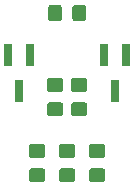
<source format=gbr>
G04 #@! TF.GenerationSoftware,KiCad,Pcbnew,5.1.5+dfsg1-2build2*
G04 #@! TF.CreationDate,2020-06-19T12:28:30-07:00*
G04 #@! TF.ProjectId,touch-circuit-v2,746f7563-682d-4636-9972-637569742d76,rev?*
G04 #@! TF.SameCoordinates,Original*
G04 #@! TF.FileFunction,Paste,Top*
G04 #@! TF.FilePolarity,Positive*
%FSLAX46Y46*%
G04 Gerber Fmt 4.6, Leading zero omitted, Abs format (unit mm)*
G04 Created by KiCad (PCBNEW 5.1.5+dfsg1-2build2) date 2020-06-19 12:28:30*
%MOMM*%
%LPD*%
G04 APERTURE LIST*
%ADD10C,0.100000*%
%ADD11R,0.800000X1.900000*%
G04 APERTURE END LIST*
D10*
G36*
X142714505Y-97461204D02*
G01*
X142738773Y-97464804D01*
X142762572Y-97470765D01*
X142785671Y-97479030D01*
X142807850Y-97489520D01*
X142828893Y-97502132D01*
X142848599Y-97516747D01*
X142866777Y-97533223D01*
X142883253Y-97551401D01*
X142897868Y-97571107D01*
X142910480Y-97592150D01*
X142920970Y-97614329D01*
X142929235Y-97637428D01*
X142935196Y-97661227D01*
X142938796Y-97685495D01*
X142940000Y-97709999D01*
X142940000Y-98360001D01*
X142938796Y-98384505D01*
X142935196Y-98408773D01*
X142929235Y-98432572D01*
X142920970Y-98455671D01*
X142910480Y-98477850D01*
X142897868Y-98498893D01*
X142883253Y-98518599D01*
X142866777Y-98536777D01*
X142848599Y-98553253D01*
X142828893Y-98567868D01*
X142807850Y-98580480D01*
X142785671Y-98590970D01*
X142762572Y-98599235D01*
X142738773Y-98605196D01*
X142714505Y-98608796D01*
X142690001Y-98610000D01*
X141789999Y-98610000D01*
X141765495Y-98608796D01*
X141741227Y-98605196D01*
X141717428Y-98599235D01*
X141694329Y-98590970D01*
X141672150Y-98580480D01*
X141651107Y-98567868D01*
X141631401Y-98553253D01*
X141613223Y-98536777D01*
X141596747Y-98518599D01*
X141582132Y-98498893D01*
X141569520Y-98477850D01*
X141559030Y-98455671D01*
X141550765Y-98432572D01*
X141544804Y-98408773D01*
X141541204Y-98384505D01*
X141540000Y-98360001D01*
X141540000Y-97709999D01*
X141541204Y-97685495D01*
X141544804Y-97661227D01*
X141550765Y-97637428D01*
X141559030Y-97614329D01*
X141569520Y-97592150D01*
X141582132Y-97571107D01*
X141596747Y-97551401D01*
X141613223Y-97533223D01*
X141631401Y-97516747D01*
X141651107Y-97502132D01*
X141672150Y-97489520D01*
X141694329Y-97479030D01*
X141717428Y-97470765D01*
X141741227Y-97464804D01*
X141765495Y-97461204D01*
X141789999Y-97460000D01*
X142690001Y-97460000D01*
X142714505Y-97461204D01*
G37*
G36*
X142714505Y-99511204D02*
G01*
X142738773Y-99514804D01*
X142762572Y-99520765D01*
X142785671Y-99529030D01*
X142807850Y-99539520D01*
X142828893Y-99552132D01*
X142848599Y-99566747D01*
X142866777Y-99583223D01*
X142883253Y-99601401D01*
X142897868Y-99621107D01*
X142910480Y-99642150D01*
X142920970Y-99664329D01*
X142929235Y-99687428D01*
X142935196Y-99711227D01*
X142938796Y-99735495D01*
X142940000Y-99759999D01*
X142940000Y-100410001D01*
X142938796Y-100434505D01*
X142935196Y-100458773D01*
X142929235Y-100482572D01*
X142920970Y-100505671D01*
X142910480Y-100527850D01*
X142897868Y-100548893D01*
X142883253Y-100568599D01*
X142866777Y-100586777D01*
X142848599Y-100603253D01*
X142828893Y-100617868D01*
X142807850Y-100630480D01*
X142785671Y-100640970D01*
X142762572Y-100649235D01*
X142738773Y-100655196D01*
X142714505Y-100658796D01*
X142690001Y-100660000D01*
X141789999Y-100660000D01*
X141765495Y-100658796D01*
X141741227Y-100655196D01*
X141717428Y-100649235D01*
X141694329Y-100640970D01*
X141672150Y-100630480D01*
X141651107Y-100617868D01*
X141631401Y-100603253D01*
X141613223Y-100586777D01*
X141596747Y-100568599D01*
X141582132Y-100548893D01*
X141569520Y-100527850D01*
X141559030Y-100505671D01*
X141550765Y-100482572D01*
X141544804Y-100458773D01*
X141541204Y-100434505D01*
X141540000Y-100410001D01*
X141540000Y-99759999D01*
X141541204Y-99735495D01*
X141544804Y-99711227D01*
X141550765Y-99687428D01*
X141559030Y-99664329D01*
X141569520Y-99642150D01*
X141582132Y-99621107D01*
X141596747Y-99601401D01*
X141613223Y-99583223D01*
X141631401Y-99566747D01*
X141651107Y-99552132D01*
X141672150Y-99539520D01*
X141694329Y-99529030D01*
X141717428Y-99520765D01*
X141741227Y-99514804D01*
X141765495Y-99511204D01*
X141789999Y-99510000D01*
X142690001Y-99510000D01*
X142714505Y-99511204D01*
G37*
G36*
X141564505Y-85661204D02*
G01*
X141588773Y-85664804D01*
X141612572Y-85670765D01*
X141635671Y-85679030D01*
X141657850Y-85689520D01*
X141678893Y-85702132D01*
X141698599Y-85716747D01*
X141716777Y-85733223D01*
X141733253Y-85751401D01*
X141747868Y-85771107D01*
X141760480Y-85792150D01*
X141770970Y-85814329D01*
X141779235Y-85837428D01*
X141785196Y-85861227D01*
X141788796Y-85885495D01*
X141790000Y-85909999D01*
X141790000Y-86810001D01*
X141788796Y-86834505D01*
X141785196Y-86858773D01*
X141779235Y-86882572D01*
X141770970Y-86905671D01*
X141760480Y-86927850D01*
X141747868Y-86948893D01*
X141733253Y-86968599D01*
X141716777Y-86986777D01*
X141698599Y-87003253D01*
X141678893Y-87017868D01*
X141657850Y-87030480D01*
X141635671Y-87040970D01*
X141612572Y-87049235D01*
X141588773Y-87055196D01*
X141564505Y-87058796D01*
X141540001Y-87060000D01*
X140889999Y-87060000D01*
X140865495Y-87058796D01*
X140841227Y-87055196D01*
X140817428Y-87049235D01*
X140794329Y-87040970D01*
X140772150Y-87030480D01*
X140751107Y-87017868D01*
X140731401Y-87003253D01*
X140713223Y-86986777D01*
X140696747Y-86968599D01*
X140682132Y-86948893D01*
X140669520Y-86927850D01*
X140659030Y-86905671D01*
X140650765Y-86882572D01*
X140644804Y-86858773D01*
X140641204Y-86834505D01*
X140640000Y-86810001D01*
X140640000Y-85909999D01*
X140641204Y-85885495D01*
X140644804Y-85861227D01*
X140650765Y-85837428D01*
X140659030Y-85814329D01*
X140669520Y-85792150D01*
X140682132Y-85771107D01*
X140696747Y-85751401D01*
X140713223Y-85733223D01*
X140731401Y-85716747D01*
X140751107Y-85702132D01*
X140772150Y-85689520D01*
X140794329Y-85679030D01*
X140817428Y-85670765D01*
X140841227Y-85664804D01*
X140865495Y-85661204D01*
X140889999Y-85660000D01*
X141540001Y-85660000D01*
X141564505Y-85661204D01*
G37*
G36*
X143614505Y-85661204D02*
G01*
X143638773Y-85664804D01*
X143662572Y-85670765D01*
X143685671Y-85679030D01*
X143707850Y-85689520D01*
X143728893Y-85702132D01*
X143748599Y-85716747D01*
X143766777Y-85733223D01*
X143783253Y-85751401D01*
X143797868Y-85771107D01*
X143810480Y-85792150D01*
X143820970Y-85814329D01*
X143829235Y-85837428D01*
X143835196Y-85861227D01*
X143838796Y-85885495D01*
X143840000Y-85909999D01*
X143840000Y-86810001D01*
X143838796Y-86834505D01*
X143835196Y-86858773D01*
X143829235Y-86882572D01*
X143820970Y-86905671D01*
X143810480Y-86927850D01*
X143797868Y-86948893D01*
X143783253Y-86968599D01*
X143766777Y-86986777D01*
X143748599Y-87003253D01*
X143728893Y-87017868D01*
X143707850Y-87030480D01*
X143685671Y-87040970D01*
X143662572Y-87049235D01*
X143638773Y-87055196D01*
X143614505Y-87058796D01*
X143590001Y-87060000D01*
X142939999Y-87060000D01*
X142915495Y-87058796D01*
X142891227Y-87055196D01*
X142867428Y-87049235D01*
X142844329Y-87040970D01*
X142822150Y-87030480D01*
X142801107Y-87017868D01*
X142781401Y-87003253D01*
X142763223Y-86986777D01*
X142746747Y-86968599D01*
X142732132Y-86948893D01*
X142719520Y-86927850D01*
X142709030Y-86905671D01*
X142700765Y-86882572D01*
X142694804Y-86858773D01*
X142691204Y-86834505D01*
X142690000Y-86810001D01*
X142690000Y-85909999D01*
X142691204Y-85885495D01*
X142694804Y-85861227D01*
X142700765Y-85837428D01*
X142709030Y-85814329D01*
X142719520Y-85792150D01*
X142732132Y-85771107D01*
X142746747Y-85751401D01*
X142763223Y-85733223D01*
X142781401Y-85716747D01*
X142801107Y-85702132D01*
X142822150Y-85689520D01*
X142844329Y-85679030D01*
X142867428Y-85670765D01*
X142891227Y-85664804D01*
X142915495Y-85661204D01*
X142939999Y-85660000D01*
X143590001Y-85660000D01*
X143614505Y-85661204D01*
G37*
D11*
X139126000Y-89940000D03*
X137226000Y-89940000D03*
X138176000Y-92940000D03*
X146304000Y-92940000D03*
X145354000Y-89940000D03*
X147254000Y-89940000D03*
D10*
G36*
X140174505Y-99511204D02*
G01*
X140198773Y-99514804D01*
X140222572Y-99520765D01*
X140245671Y-99529030D01*
X140267850Y-99539520D01*
X140288893Y-99552132D01*
X140308599Y-99566747D01*
X140326777Y-99583223D01*
X140343253Y-99601401D01*
X140357868Y-99621107D01*
X140370480Y-99642150D01*
X140380970Y-99664329D01*
X140389235Y-99687428D01*
X140395196Y-99711227D01*
X140398796Y-99735495D01*
X140400000Y-99759999D01*
X140400000Y-100410001D01*
X140398796Y-100434505D01*
X140395196Y-100458773D01*
X140389235Y-100482572D01*
X140380970Y-100505671D01*
X140370480Y-100527850D01*
X140357868Y-100548893D01*
X140343253Y-100568599D01*
X140326777Y-100586777D01*
X140308599Y-100603253D01*
X140288893Y-100617868D01*
X140267850Y-100630480D01*
X140245671Y-100640970D01*
X140222572Y-100649235D01*
X140198773Y-100655196D01*
X140174505Y-100658796D01*
X140150001Y-100660000D01*
X139249999Y-100660000D01*
X139225495Y-100658796D01*
X139201227Y-100655196D01*
X139177428Y-100649235D01*
X139154329Y-100640970D01*
X139132150Y-100630480D01*
X139111107Y-100617868D01*
X139091401Y-100603253D01*
X139073223Y-100586777D01*
X139056747Y-100568599D01*
X139042132Y-100548893D01*
X139029520Y-100527850D01*
X139019030Y-100505671D01*
X139010765Y-100482572D01*
X139004804Y-100458773D01*
X139001204Y-100434505D01*
X139000000Y-100410001D01*
X139000000Y-99759999D01*
X139001204Y-99735495D01*
X139004804Y-99711227D01*
X139010765Y-99687428D01*
X139019030Y-99664329D01*
X139029520Y-99642150D01*
X139042132Y-99621107D01*
X139056747Y-99601401D01*
X139073223Y-99583223D01*
X139091401Y-99566747D01*
X139111107Y-99552132D01*
X139132150Y-99539520D01*
X139154329Y-99529030D01*
X139177428Y-99520765D01*
X139201227Y-99514804D01*
X139225495Y-99511204D01*
X139249999Y-99510000D01*
X140150001Y-99510000D01*
X140174505Y-99511204D01*
G37*
G36*
X140174505Y-97461204D02*
G01*
X140198773Y-97464804D01*
X140222572Y-97470765D01*
X140245671Y-97479030D01*
X140267850Y-97489520D01*
X140288893Y-97502132D01*
X140308599Y-97516747D01*
X140326777Y-97533223D01*
X140343253Y-97551401D01*
X140357868Y-97571107D01*
X140370480Y-97592150D01*
X140380970Y-97614329D01*
X140389235Y-97637428D01*
X140395196Y-97661227D01*
X140398796Y-97685495D01*
X140400000Y-97709999D01*
X140400000Y-98360001D01*
X140398796Y-98384505D01*
X140395196Y-98408773D01*
X140389235Y-98432572D01*
X140380970Y-98455671D01*
X140370480Y-98477850D01*
X140357868Y-98498893D01*
X140343253Y-98518599D01*
X140326777Y-98536777D01*
X140308599Y-98553253D01*
X140288893Y-98567868D01*
X140267850Y-98580480D01*
X140245671Y-98590970D01*
X140222572Y-98599235D01*
X140198773Y-98605196D01*
X140174505Y-98608796D01*
X140150001Y-98610000D01*
X139249999Y-98610000D01*
X139225495Y-98608796D01*
X139201227Y-98605196D01*
X139177428Y-98599235D01*
X139154329Y-98590970D01*
X139132150Y-98580480D01*
X139111107Y-98567868D01*
X139091401Y-98553253D01*
X139073223Y-98536777D01*
X139056747Y-98518599D01*
X139042132Y-98498893D01*
X139029520Y-98477850D01*
X139019030Y-98455671D01*
X139010765Y-98432572D01*
X139004804Y-98408773D01*
X139001204Y-98384505D01*
X139000000Y-98360001D01*
X139000000Y-97709999D01*
X139001204Y-97685495D01*
X139004804Y-97661227D01*
X139010765Y-97637428D01*
X139019030Y-97614329D01*
X139029520Y-97592150D01*
X139042132Y-97571107D01*
X139056747Y-97551401D01*
X139073223Y-97533223D01*
X139091401Y-97516747D01*
X139111107Y-97502132D01*
X139132150Y-97489520D01*
X139154329Y-97479030D01*
X139177428Y-97470765D01*
X139201227Y-97464804D01*
X139225495Y-97461204D01*
X139249999Y-97460000D01*
X140150001Y-97460000D01*
X140174505Y-97461204D01*
G37*
G36*
X143730505Y-93923204D02*
G01*
X143754773Y-93926804D01*
X143778572Y-93932765D01*
X143801671Y-93941030D01*
X143823850Y-93951520D01*
X143844893Y-93964132D01*
X143864599Y-93978747D01*
X143882777Y-93995223D01*
X143899253Y-94013401D01*
X143913868Y-94033107D01*
X143926480Y-94054150D01*
X143936970Y-94076329D01*
X143945235Y-94099428D01*
X143951196Y-94123227D01*
X143954796Y-94147495D01*
X143956000Y-94171999D01*
X143956000Y-94822001D01*
X143954796Y-94846505D01*
X143951196Y-94870773D01*
X143945235Y-94894572D01*
X143936970Y-94917671D01*
X143926480Y-94939850D01*
X143913868Y-94960893D01*
X143899253Y-94980599D01*
X143882777Y-94998777D01*
X143864599Y-95015253D01*
X143844893Y-95029868D01*
X143823850Y-95042480D01*
X143801671Y-95052970D01*
X143778572Y-95061235D01*
X143754773Y-95067196D01*
X143730505Y-95070796D01*
X143706001Y-95072000D01*
X142805999Y-95072000D01*
X142781495Y-95070796D01*
X142757227Y-95067196D01*
X142733428Y-95061235D01*
X142710329Y-95052970D01*
X142688150Y-95042480D01*
X142667107Y-95029868D01*
X142647401Y-95015253D01*
X142629223Y-94998777D01*
X142612747Y-94980599D01*
X142598132Y-94960893D01*
X142585520Y-94939850D01*
X142575030Y-94917671D01*
X142566765Y-94894572D01*
X142560804Y-94870773D01*
X142557204Y-94846505D01*
X142556000Y-94822001D01*
X142556000Y-94171999D01*
X142557204Y-94147495D01*
X142560804Y-94123227D01*
X142566765Y-94099428D01*
X142575030Y-94076329D01*
X142585520Y-94054150D01*
X142598132Y-94033107D01*
X142612747Y-94013401D01*
X142629223Y-93995223D01*
X142647401Y-93978747D01*
X142667107Y-93964132D01*
X142688150Y-93951520D01*
X142710329Y-93941030D01*
X142733428Y-93932765D01*
X142757227Y-93926804D01*
X142781495Y-93923204D01*
X142805999Y-93922000D01*
X143706001Y-93922000D01*
X143730505Y-93923204D01*
G37*
G36*
X143730505Y-91873204D02*
G01*
X143754773Y-91876804D01*
X143778572Y-91882765D01*
X143801671Y-91891030D01*
X143823850Y-91901520D01*
X143844893Y-91914132D01*
X143864599Y-91928747D01*
X143882777Y-91945223D01*
X143899253Y-91963401D01*
X143913868Y-91983107D01*
X143926480Y-92004150D01*
X143936970Y-92026329D01*
X143945235Y-92049428D01*
X143951196Y-92073227D01*
X143954796Y-92097495D01*
X143956000Y-92121999D01*
X143956000Y-92772001D01*
X143954796Y-92796505D01*
X143951196Y-92820773D01*
X143945235Y-92844572D01*
X143936970Y-92867671D01*
X143926480Y-92889850D01*
X143913868Y-92910893D01*
X143899253Y-92930599D01*
X143882777Y-92948777D01*
X143864599Y-92965253D01*
X143844893Y-92979868D01*
X143823850Y-92992480D01*
X143801671Y-93002970D01*
X143778572Y-93011235D01*
X143754773Y-93017196D01*
X143730505Y-93020796D01*
X143706001Y-93022000D01*
X142805999Y-93022000D01*
X142781495Y-93020796D01*
X142757227Y-93017196D01*
X142733428Y-93011235D01*
X142710329Y-93002970D01*
X142688150Y-92992480D01*
X142667107Y-92979868D01*
X142647401Y-92965253D01*
X142629223Y-92948777D01*
X142612747Y-92930599D01*
X142598132Y-92910893D01*
X142585520Y-92889850D01*
X142575030Y-92867671D01*
X142566765Y-92844572D01*
X142560804Y-92820773D01*
X142557204Y-92796505D01*
X142556000Y-92772001D01*
X142556000Y-92121999D01*
X142557204Y-92097495D01*
X142560804Y-92073227D01*
X142566765Y-92049428D01*
X142575030Y-92026329D01*
X142585520Y-92004150D01*
X142598132Y-91983107D01*
X142612747Y-91963401D01*
X142629223Y-91945223D01*
X142647401Y-91928747D01*
X142667107Y-91914132D01*
X142688150Y-91901520D01*
X142710329Y-91891030D01*
X142733428Y-91882765D01*
X142757227Y-91876804D01*
X142781495Y-91873204D01*
X142805999Y-91872000D01*
X143706001Y-91872000D01*
X143730505Y-91873204D01*
G37*
G36*
X145254505Y-99511204D02*
G01*
X145278773Y-99514804D01*
X145302572Y-99520765D01*
X145325671Y-99529030D01*
X145347850Y-99539520D01*
X145368893Y-99552132D01*
X145388599Y-99566747D01*
X145406777Y-99583223D01*
X145423253Y-99601401D01*
X145437868Y-99621107D01*
X145450480Y-99642150D01*
X145460970Y-99664329D01*
X145469235Y-99687428D01*
X145475196Y-99711227D01*
X145478796Y-99735495D01*
X145480000Y-99759999D01*
X145480000Y-100410001D01*
X145478796Y-100434505D01*
X145475196Y-100458773D01*
X145469235Y-100482572D01*
X145460970Y-100505671D01*
X145450480Y-100527850D01*
X145437868Y-100548893D01*
X145423253Y-100568599D01*
X145406777Y-100586777D01*
X145388599Y-100603253D01*
X145368893Y-100617868D01*
X145347850Y-100630480D01*
X145325671Y-100640970D01*
X145302572Y-100649235D01*
X145278773Y-100655196D01*
X145254505Y-100658796D01*
X145230001Y-100660000D01*
X144329999Y-100660000D01*
X144305495Y-100658796D01*
X144281227Y-100655196D01*
X144257428Y-100649235D01*
X144234329Y-100640970D01*
X144212150Y-100630480D01*
X144191107Y-100617868D01*
X144171401Y-100603253D01*
X144153223Y-100586777D01*
X144136747Y-100568599D01*
X144122132Y-100548893D01*
X144109520Y-100527850D01*
X144099030Y-100505671D01*
X144090765Y-100482572D01*
X144084804Y-100458773D01*
X144081204Y-100434505D01*
X144080000Y-100410001D01*
X144080000Y-99759999D01*
X144081204Y-99735495D01*
X144084804Y-99711227D01*
X144090765Y-99687428D01*
X144099030Y-99664329D01*
X144109520Y-99642150D01*
X144122132Y-99621107D01*
X144136747Y-99601401D01*
X144153223Y-99583223D01*
X144171401Y-99566747D01*
X144191107Y-99552132D01*
X144212150Y-99539520D01*
X144234329Y-99529030D01*
X144257428Y-99520765D01*
X144281227Y-99514804D01*
X144305495Y-99511204D01*
X144329999Y-99510000D01*
X145230001Y-99510000D01*
X145254505Y-99511204D01*
G37*
G36*
X145254505Y-97461204D02*
G01*
X145278773Y-97464804D01*
X145302572Y-97470765D01*
X145325671Y-97479030D01*
X145347850Y-97489520D01*
X145368893Y-97502132D01*
X145388599Y-97516747D01*
X145406777Y-97533223D01*
X145423253Y-97551401D01*
X145437868Y-97571107D01*
X145450480Y-97592150D01*
X145460970Y-97614329D01*
X145469235Y-97637428D01*
X145475196Y-97661227D01*
X145478796Y-97685495D01*
X145480000Y-97709999D01*
X145480000Y-98360001D01*
X145478796Y-98384505D01*
X145475196Y-98408773D01*
X145469235Y-98432572D01*
X145460970Y-98455671D01*
X145450480Y-98477850D01*
X145437868Y-98498893D01*
X145423253Y-98518599D01*
X145406777Y-98536777D01*
X145388599Y-98553253D01*
X145368893Y-98567868D01*
X145347850Y-98580480D01*
X145325671Y-98590970D01*
X145302572Y-98599235D01*
X145278773Y-98605196D01*
X145254505Y-98608796D01*
X145230001Y-98610000D01*
X144329999Y-98610000D01*
X144305495Y-98608796D01*
X144281227Y-98605196D01*
X144257428Y-98599235D01*
X144234329Y-98590970D01*
X144212150Y-98580480D01*
X144191107Y-98567868D01*
X144171401Y-98553253D01*
X144153223Y-98536777D01*
X144136747Y-98518599D01*
X144122132Y-98498893D01*
X144109520Y-98477850D01*
X144099030Y-98455671D01*
X144090765Y-98432572D01*
X144084804Y-98408773D01*
X144081204Y-98384505D01*
X144080000Y-98360001D01*
X144080000Y-97709999D01*
X144081204Y-97685495D01*
X144084804Y-97661227D01*
X144090765Y-97637428D01*
X144099030Y-97614329D01*
X144109520Y-97592150D01*
X144122132Y-97571107D01*
X144136747Y-97551401D01*
X144153223Y-97533223D01*
X144171401Y-97516747D01*
X144191107Y-97502132D01*
X144212150Y-97489520D01*
X144234329Y-97479030D01*
X144257428Y-97470765D01*
X144281227Y-97464804D01*
X144305495Y-97461204D01*
X144329999Y-97460000D01*
X145230001Y-97460000D01*
X145254505Y-97461204D01*
G37*
G36*
X141698505Y-93923204D02*
G01*
X141722773Y-93926804D01*
X141746572Y-93932765D01*
X141769671Y-93941030D01*
X141791850Y-93951520D01*
X141812893Y-93964132D01*
X141832599Y-93978747D01*
X141850777Y-93995223D01*
X141867253Y-94013401D01*
X141881868Y-94033107D01*
X141894480Y-94054150D01*
X141904970Y-94076329D01*
X141913235Y-94099428D01*
X141919196Y-94123227D01*
X141922796Y-94147495D01*
X141924000Y-94171999D01*
X141924000Y-94822001D01*
X141922796Y-94846505D01*
X141919196Y-94870773D01*
X141913235Y-94894572D01*
X141904970Y-94917671D01*
X141894480Y-94939850D01*
X141881868Y-94960893D01*
X141867253Y-94980599D01*
X141850777Y-94998777D01*
X141832599Y-95015253D01*
X141812893Y-95029868D01*
X141791850Y-95042480D01*
X141769671Y-95052970D01*
X141746572Y-95061235D01*
X141722773Y-95067196D01*
X141698505Y-95070796D01*
X141674001Y-95072000D01*
X140773999Y-95072000D01*
X140749495Y-95070796D01*
X140725227Y-95067196D01*
X140701428Y-95061235D01*
X140678329Y-95052970D01*
X140656150Y-95042480D01*
X140635107Y-95029868D01*
X140615401Y-95015253D01*
X140597223Y-94998777D01*
X140580747Y-94980599D01*
X140566132Y-94960893D01*
X140553520Y-94939850D01*
X140543030Y-94917671D01*
X140534765Y-94894572D01*
X140528804Y-94870773D01*
X140525204Y-94846505D01*
X140524000Y-94822001D01*
X140524000Y-94171999D01*
X140525204Y-94147495D01*
X140528804Y-94123227D01*
X140534765Y-94099428D01*
X140543030Y-94076329D01*
X140553520Y-94054150D01*
X140566132Y-94033107D01*
X140580747Y-94013401D01*
X140597223Y-93995223D01*
X140615401Y-93978747D01*
X140635107Y-93964132D01*
X140656150Y-93951520D01*
X140678329Y-93941030D01*
X140701428Y-93932765D01*
X140725227Y-93926804D01*
X140749495Y-93923204D01*
X140773999Y-93922000D01*
X141674001Y-93922000D01*
X141698505Y-93923204D01*
G37*
G36*
X141698505Y-91873204D02*
G01*
X141722773Y-91876804D01*
X141746572Y-91882765D01*
X141769671Y-91891030D01*
X141791850Y-91901520D01*
X141812893Y-91914132D01*
X141832599Y-91928747D01*
X141850777Y-91945223D01*
X141867253Y-91963401D01*
X141881868Y-91983107D01*
X141894480Y-92004150D01*
X141904970Y-92026329D01*
X141913235Y-92049428D01*
X141919196Y-92073227D01*
X141922796Y-92097495D01*
X141924000Y-92121999D01*
X141924000Y-92772001D01*
X141922796Y-92796505D01*
X141919196Y-92820773D01*
X141913235Y-92844572D01*
X141904970Y-92867671D01*
X141894480Y-92889850D01*
X141881868Y-92910893D01*
X141867253Y-92930599D01*
X141850777Y-92948777D01*
X141832599Y-92965253D01*
X141812893Y-92979868D01*
X141791850Y-92992480D01*
X141769671Y-93002970D01*
X141746572Y-93011235D01*
X141722773Y-93017196D01*
X141698505Y-93020796D01*
X141674001Y-93022000D01*
X140773999Y-93022000D01*
X140749495Y-93020796D01*
X140725227Y-93017196D01*
X140701428Y-93011235D01*
X140678329Y-93002970D01*
X140656150Y-92992480D01*
X140635107Y-92979868D01*
X140615401Y-92965253D01*
X140597223Y-92948777D01*
X140580747Y-92930599D01*
X140566132Y-92910893D01*
X140553520Y-92889850D01*
X140543030Y-92867671D01*
X140534765Y-92844572D01*
X140528804Y-92820773D01*
X140525204Y-92796505D01*
X140524000Y-92772001D01*
X140524000Y-92121999D01*
X140525204Y-92097495D01*
X140528804Y-92073227D01*
X140534765Y-92049428D01*
X140543030Y-92026329D01*
X140553520Y-92004150D01*
X140566132Y-91983107D01*
X140580747Y-91963401D01*
X140597223Y-91945223D01*
X140615401Y-91928747D01*
X140635107Y-91914132D01*
X140656150Y-91901520D01*
X140678329Y-91891030D01*
X140701428Y-91882765D01*
X140725227Y-91876804D01*
X140749495Y-91873204D01*
X140773999Y-91872000D01*
X141674001Y-91872000D01*
X141698505Y-91873204D01*
G37*
M02*

</source>
